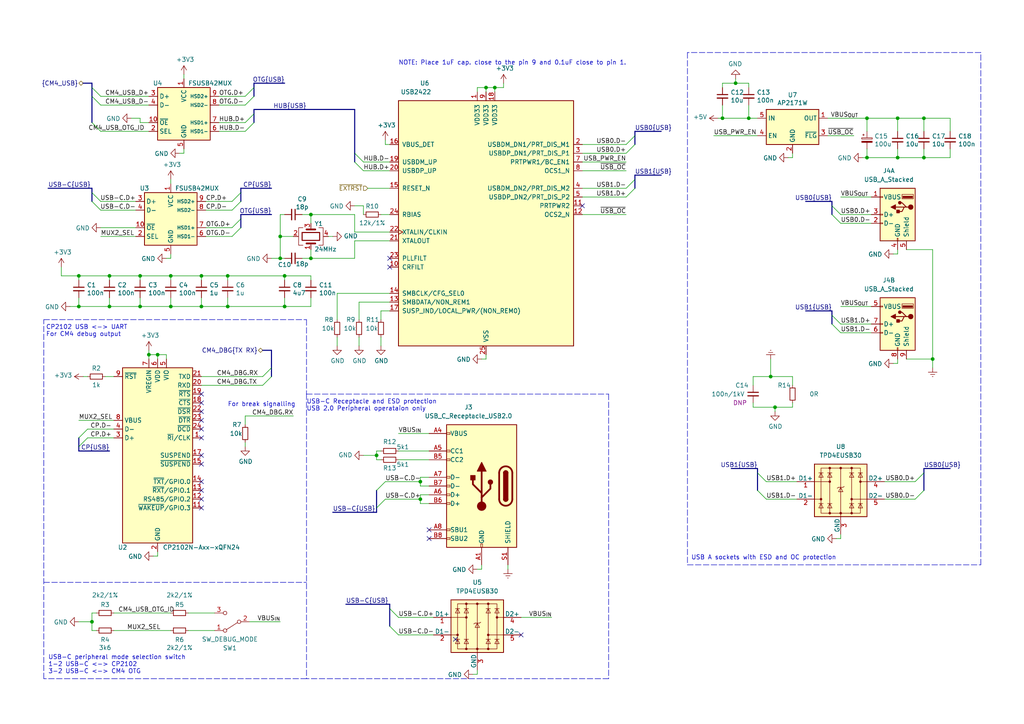
<source format=kicad_sch>
(kicad_sch (version 20210123) (generator eeschema)
  (paper "A4")
  (title_block (title "USB 2.0 host/USB 2.0 device") (date "2021-01-12") (rev "0.1") (company "Nabu Casa") (comment 1 "www.nabucasa.com") (comment 2 "Light Blue"))
  (bus_alias "CM4_USB" (members "CM4_USB_D+" "CM4_USB_D-" "CM4_USB_OTG_ID"))
  (bus_alias "USB" (members "D+" "D-"))
  (bus_alias "I2C" (members "SDA" "SCL"))
  (junction (at 22.86 80.01) (diameter 0.9144))
  (junction (at 22.86 88.9) (diameter 0.9144))
  (junction (at 26.67 180.34) (diameter 0.9144))
  (junction (at 31.75 80.01) (diameter 0.9144))
  (junction (at 31.75 88.9) (diameter 0.9144))
  (junction (at 40.64 80.01) (diameter 0.9144))
  (junction (at 40.64 88.9) (diameter 0.9144))
  (junction (at 43.18 102.87) (diameter 0.9144))
  (junction (at 45.72 102.87) (diameter 0.9144))
  (junction (at 49.53 80.01) (diameter 0.9144))
  (junction (at 49.53 88.9) (diameter 0.9144))
  (junction (at 58.42 80.01) (diameter 0.9144))
  (junction (at 58.42 88.9) (diameter 0.9144))
  (junction (at 66.04 80.01) (diameter 0.9144))
  (junction (at 66.04 88.9) (diameter 0.9144))
  (junction (at 81.28 68.58) (diameter 0.9144))
  (junction (at 81.28 74.93) (diameter 0.9144))
  (junction (at 82.55 80.01) (diameter 0.9144))
  (junction (at 82.55 88.9) (diameter 0.9144))
  (junction (at 90.17 62.23) (diameter 0.9144))
  (junction (at 90.17 74.93) (diameter 0.9144))
  (junction (at 109.22 132.08) (diameter 0.9144))
  (junction (at 121.92 139.7) (diameter 0.9144))
  (junction (at 121.92 144.78) (diameter 0.9144))
  (junction (at 140.97 25.4) (diameter 0.9144))
  (junction (at 143.51 25.4) (diameter 0.9144))
  (junction (at 209.55 34.29) (diameter 0.9144))
  (junction (at 213.36 24.13) (diameter 0.9144))
  (junction (at 217.17 34.29) (diameter 0.9144))
  (junction (at 223.52 109.22) (diameter 0.9144))
  (junction (at 224.79 118.11) (diameter 0.9144))
  (junction (at 251.46 34.29) (diameter 0.9144))
  (junction (at 251.46 45.72) (diameter 0.9144))
  (junction (at 260.35 34.29) (diameter 0.9144))
  (junction (at 260.35 45.72) (diameter 0.9144))
  (junction (at 267.97 34.29) (diameter 0.9144))
  (junction (at 267.97 45.72) (diameter 0.9144))
  (junction (at 270.51 104.14) (diameter 0.9144))
  (no_connect (at 58.42 114.3))
  (no_connect (at 58.42 116.84))
  (no_connect (at 58.42 119.38))
  (no_connect (at 58.42 121.92))
  (no_connect (at 58.42 124.46))
  (no_connect (at 58.42 127))
  (no_connect (at 58.42 132.08))
  (no_connect (at 58.42 134.62))
  (no_connect (at 58.42 139.7))
  (no_connect (at 58.42 142.24))
  (no_connect (at 58.42 144.78))
  (no_connect (at 58.42 147.32))
  (no_connect (at 113.03 74.93))
  (no_connect (at 113.03 77.47))
  (no_connect (at 124.46 153.67))
  (no_connect (at 124.46 156.21))
  (no_connect (at 132.08 185.42))
  (no_connect (at 151.13 184.15))
  (no_connect (at 168.91 59.69))
  (bus_entry (at 22.86 127) (size 2.54 -2.54) (stroke (width 0.1524)))
  (bus_entry (at 22.86 129.54) (size 2.54 -2.54) (stroke (width 0.1524)))
  (bus_entry (at 26.67 25.4) (size 2.54 2.54) (stroke (width 0.1524)))
  (bus_entry (at 26.67 27.94) (size 2.54 2.54) (stroke (width 0.1524)))
  (bus_entry (at 26.67 35.56) (size 2.54 2.54) (stroke (width 0.1524)))
  (bus_entry (at 26.67 55.88) (size 2.54 2.54) (stroke (width 0.1524)))
  (bus_entry (at 26.67 58.42) (size 2.54 2.54) (stroke (width 0.1524)))
  (bus_entry (at 69.85 55.88) (size -2.54 2.54) (stroke (width 0.1524)))
  (bus_entry (at 69.85 58.42) (size -2.54 2.54) (stroke (width 0.1524)))
  (bus_entry (at 69.85 63.5) (size -2.54 2.54) (stroke (width 0.1524)))
  (bus_entry (at 69.85 66.04) (size -2.54 2.54) (stroke (width 0.1524)))
  (bus_entry (at 73.66 25.4) (size -2.54 2.54) (stroke (width 0.1524)))
  (bus_entry (at 73.66 27.94) (size -2.54 2.54) (stroke (width 0.1524)))
  (bus_entry (at 73.66 33.02) (size -2.54 2.54) (stroke (width 0.1524)))
  (bus_entry (at 73.66 35.56) (size -2.54 2.54) (stroke (width 0.1524)))
  (bus_entry (at 76.2 109.22) (size 2.54 -2.54) (stroke (width 0.1524)))
  (bus_entry (at 76.2 111.76) (size 2.54 -2.54) (stroke (width 0.1524)))
  (bus_entry (at 102.87 44.45) (size 2.54 2.54) (stroke (width 0.1524)))
  (bus_entry (at 102.87 46.99) (size 2.54 2.54) (stroke (width 0.1524)))
  (bus_entry (at 109.22 142.24) (size 2.54 -2.54) (stroke (width 0.1524)))
  (bus_entry (at 109.22 147.32) (size 2.54 -2.54) (stroke (width 0.1524)))
  (bus_entry (at 113.03 176.53) (size 2.54 2.54) (stroke (width 0.1524)))
  (bus_entry (at 113.03 181.61) (size 2.54 2.54) (stroke (width 0.1524)))
  (bus_entry (at 181.61 41.91) (size 2.54 -2.54) (stroke (width 0.1524)))
  (bus_entry (at 181.61 44.45) (size 2.54 -2.54) (stroke (width 0.1524)))
  (bus_entry (at 181.61 54.61) (size 2.54 -2.54) (stroke (width 0.1524)))
  (bus_entry (at 181.61 57.15) (size 2.54 -2.54) (stroke (width 0.1524)))
  (bus_entry (at 222.25 139.7) (size -2.54 -2.54) (stroke (width 0.1524)))
  (bus_entry (at 222.25 144.78) (size -2.54 -2.54) (stroke (width 0.1524)))
  (bus_entry (at 243.84 62.23) (size -2.54 -2.54) (stroke (width 0.1524)))
  (bus_entry (at 243.84 64.77) (size -2.54 -2.54) (stroke (width 0.1524)))
  (bus_entry (at 243.84 93.98) (size -2.54 -2.54) (stroke (width 0.1524)))
  (bus_entry (at 243.84 96.52) (size -2.54 -2.54) (stroke (width 0.1524)))
  (bus_entry (at 265.43 139.7) (size 2.54 -2.54) (stroke (width 0.1524)))
  (bus_entry (at 265.43 144.78) (size 2.54 -2.54) (stroke (width 0.1524)))
  (wire (pts (xy 17.78 80.01) (xy 17.78 77.47)))
  (wire (pts (xy 17.78 80.01) (xy 22.86 80.01)))
  (wire (pts (xy 20.32 88.9) (xy 22.86 88.9)))
  (wire (pts (xy 22.86 80.01) (xy 22.86 81.28)))
  (wire (pts (xy 22.86 80.01) (xy 31.75 80.01)))
  (wire (pts (xy 22.86 86.36) (xy 22.86 88.9)))
  (wire (pts (xy 22.86 88.9) (xy 31.75 88.9)))
  (wire (pts (xy 22.86 121.92) (xy 33.02 121.92)))
  (wire (pts (xy 22.86 180.34) (xy 26.67 180.34)))
  (wire (pts (xy 24.13 109.22) (xy 25.4 109.22)))
  (wire (pts (xy 26.67 177.8) (xy 26.67 180.34)))
  (wire (pts (xy 26.67 177.8) (xy 27.94 177.8)))
  (wire (pts (xy 26.67 180.34) (xy 26.67 182.88)))
  (wire (pts (xy 27.94 182.88) (xy 26.67 182.88)))
  (wire (pts (xy 29.21 27.94) (xy 43.18 27.94)))
  (wire (pts (xy 29.21 30.48) (xy 43.18 30.48)))
  (wire (pts (xy 29.21 38.1) (xy 43.18 38.1)))
  (wire (pts (xy 29.21 66.04) (xy 39.37 66.04)))
  (wire (pts (xy 29.21 68.58) (xy 39.37 68.58)))
  (wire (pts (xy 30.48 109.22) (xy 33.02 109.22)))
  (wire (pts (xy 31.75 80.01) (xy 31.75 81.28)))
  (wire (pts (xy 31.75 86.36) (xy 31.75 88.9)))
  (wire (pts (xy 31.75 88.9) (xy 40.64 88.9)))
  (wire (pts (xy 33.02 124.46) (xy 25.4 124.46)))
  (wire (pts (xy 33.02 127) (xy 25.4 127)))
  (wire (pts (xy 33.02 177.8) (xy 49.53 177.8)))
  (wire (pts (xy 33.02 182.88) (xy 49.53 182.88)))
  (wire (pts (xy 39.37 58.42) (xy 29.21 58.42)))
  (wire (pts (xy 39.37 60.96) (xy 29.21 60.96)))
  (wire (pts (xy 40.64 34.29) (xy 38.1 34.29)))
  (wire (pts (xy 40.64 35.56) (xy 40.64 34.29)))
  (wire (pts (xy 40.64 80.01) (xy 31.75 80.01)))
  (wire (pts (xy 40.64 80.01) (xy 40.64 81.28)))
  (wire (pts (xy 40.64 86.36) (xy 40.64 88.9)))
  (wire (pts (xy 40.64 88.9) (xy 49.53 88.9)))
  (wire (pts (xy 43.18 35.56) (xy 40.64 35.56)))
  (wire (pts (xy 43.18 101.6) (xy 43.18 102.87)))
  (wire (pts (xy 43.18 102.87) (xy 43.18 104.14)))
  (wire (pts (xy 44.45 161.29) (xy 45.72 161.29)))
  (wire (pts (xy 45.72 102.87) (xy 43.18 102.87)))
  (wire (pts (xy 45.72 102.87) (xy 48.26 102.87)))
  (wire (pts (xy 45.72 104.14) (xy 45.72 102.87)))
  (wire (pts (xy 45.72 161.29) (xy 45.72 160.02)))
  (wire (pts (xy 48.26 74.93) (xy 49.53 74.93)))
  (wire (pts (xy 48.26 102.87) (xy 48.26 104.14)))
  (wire (pts (xy 49.53 52.07) (xy 49.53 53.34)))
  (wire (pts (xy 49.53 74.93) (xy 49.53 73.66)))
  (wire (pts (xy 49.53 80.01) (xy 40.64 80.01)))
  (wire (pts (xy 49.53 80.01) (xy 49.53 81.28)))
  (wire (pts (xy 49.53 86.36) (xy 49.53 88.9)))
  (wire (pts (xy 49.53 88.9) (xy 58.42 88.9)))
  (wire (pts (xy 52.07 44.45) (xy 53.34 44.45)))
  (wire (pts (xy 53.34 21.59) (xy 53.34 22.86)))
  (wire (pts (xy 53.34 44.45) (xy 53.34 43.18)))
  (wire (pts (xy 54.61 177.8) (xy 62.23 177.8)))
  (wire (pts (xy 54.61 182.88) (xy 62.23 182.88)))
  (wire (pts (xy 58.42 80.01) (xy 49.53 80.01)))
  (wire (pts (xy 58.42 80.01) (xy 58.42 81.28)))
  (wire (pts (xy 58.42 86.36) (xy 58.42 88.9)))
  (wire (pts (xy 58.42 88.9) (xy 66.04 88.9)))
  (wire (pts (xy 58.42 109.22) (xy 76.2 109.22)))
  (wire (pts (xy 58.42 111.76) (xy 76.2 111.76)))
  (wire (pts (xy 59.69 58.42) (xy 67.31 58.42)))
  (wire (pts (xy 59.69 60.96) (xy 67.31 60.96)))
  (wire (pts (xy 59.69 66.04) (xy 67.31 66.04)))
  (wire (pts (xy 59.69 68.58) (xy 67.31 68.58)))
  (wire (pts (xy 63.5 27.94) (xy 71.12 27.94)))
  (wire (pts (xy 63.5 30.48) (xy 71.12 30.48)))
  (wire (pts (xy 63.5 35.56) (xy 71.12 35.56)))
  (wire (pts (xy 63.5 38.1) (xy 71.12 38.1)))
  (wire (pts (xy 66.04 80.01) (xy 58.42 80.01)))
  (wire (pts (xy 66.04 80.01) (xy 66.04 81.28)))
  (wire (pts (xy 66.04 80.01) (xy 82.55 80.01)))
  (wire (pts (xy 66.04 86.36) (xy 66.04 88.9)))
  (wire (pts (xy 66.04 88.9) (xy 82.55 88.9)))
  (wire (pts (xy 71.12 120.65) (xy 71.12 123.19)))
  (wire (pts (xy 71.12 120.65) (xy 85.09 120.65)))
  (wire (pts (xy 71.12 128.27) (xy 71.12 129.54)))
  (wire (pts (xy 78.74 74.93) (xy 81.28 74.93)))
  (wire (pts (xy 81.28 62.23) (xy 81.28 68.58)))
  (wire (pts (xy 81.28 68.58) (xy 81.28 74.93)))
  (wire (pts (xy 81.28 68.58) (xy 85.09 68.58)))
  (wire (pts (xy 81.28 74.93) (xy 82.55 74.93)))
  (wire (pts (xy 81.28 180.34) (xy 72.39 180.34)))
  (wire (pts (xy 82.55 62.23) (xy 81.28 62.23)))
  (wire (pts (xy 82.55 80.01) (xy 82.55 81.28)))
  (wire (pts (xy 82.55 86.36) (xy 82.55 88.9)))
  (wire (pts (xy 82.55 88.9) (xy 90.17 88.9)))
  (wire (pts (xy 87.63 62.23) (xy 90.17 62.23)))
  (wire (pts (xy 87.63 74.93) (xy 90.17 74.93)))
  (wire (pts (xy 90.17 62.23) (xy 90.17 64.77)))
  (wire (pts (xy 90.17 62.23) (xy 102.87 62.23)))
  (wire (pts (xy 90.17 72.39) (xy 90.17 74.93)))
  (wire (pts (xy 90.17 74.93) (xy 102.87 74.93)))
  (wire (pts (xy 90.17 80.01) (xy 82.55 80.01)))
  (wire (pts (xy 90.17 81.28) (xy 90.17 80.01)))
  (wire (pts (xy 90.17 86.36) (xy 90.17 88.9)))
  (wire (pts (xy 95.25 68.58) (xy 96.52 68.58)))
  (wire (pts (xy 97.79 85.09) (xy 97.79 92.71)))
  (wire (pts (xy 97.79 97.79) (xy 97.79 100.33)))
  (wire (pts (xy 102.87 67.31) (xy 102.87 62.23)))
  (wire (pts (xy 102.87 69.85) (xy 102.87 74.93)))
  (wire (pts (xy 104.14 87.63) (xy 104.14 92.71)))
  (wire (pts (xy 104.14 87.63) (xy 113.03 87.63)))
  (wire (pts (xy 104.14 97.79) (xy 104.14 100.33)))
  (wire (pts (xy 105.41 46.99) (xy 113.03 46.99)))
  (wire (pts (xy 105.41 49.53) (xy 113.03 49.53)))
  (wire (pts (xy 105.41 59.69) (xy 102.87 59.69)))
  (wire (pts (xy 105.41 62.23) (xy 105.41 59.69)))
  (wire (pts (xy 105.41 132.08) (xy 109.22 132.08)))
  (wire (pts (xy 106.68 54.61) (xy 113.03 54.61)))
  (wire (pts (xy 109.22 130.81) (xy 109.22 132.08)))
  (wire (pts (xy 109.22 132.08) (xy 109.22 133.35)))
  (wire (pts (xy 109.22 133.35) (xy 110.49 133.35)))
  (wire (pts (xy 110.49 62.23) (xy 113.03 62.23)))
  (wire (pts (xy 110.49 90.17) (xy 110.49 92.71)))
  (wire (pts (xy 110.49 97.79) (xy 110.49 100.33)))
  (wire (pts (xy 110.49 130.81) (xy 109.22 130.81)))
  (wire (pts (xy 111.76 40.64) (xy 111.76 41.91)))
  (wire (pts (xy 111.76 139.7) (xy 121.92 139.7)))
  (wire (pts (xy 111.76 144.78) (xy 121.92 144.78)))
  (wire (pts (xy 113.03 41.91) (xy 111.76 41.91)))
  (wire (pts (xy 113.03 67.31) (xy 102.87 67.31)))
  (wire (pts (xy 113.03 69.85) (xy 102.87 69.85)))
  (wire (pts (xy 113.03 85.09) (xy 97.79 85.09)))
  (wire (pts (xy 113.03 90.17) (xy 110.49 90.17)))
  (wire (pts (xy 115.57 125.73) (xy 124.46 125.73)))
  (wire (pts (xy 115.57 130.81) (xy 124.46 130.81)))
  (wire (pts (xy 115.57 133.35) (xy 124.46 133.35)))
  (wire (pts (xy 115.57 179.07) (xy 125.73 179.07)))
  (wire (pts (xy 115.57 184.15) (xy 125.73 184.15)))
  (wire (pts (xy 121.92 139.7) (xy 121.92 138.43)))
  (wire (pts (xy 121.92 140.97) (xy 121.92 139.7)))
  (wire (pts (xy 121.92 140.97) (xy 124.46 140.97)))
  (wire (pts (xy 121.92 144.78) (xy 121.92 143.51)))
  (wire (pts (xy 121.92 146.05) (xy 121.92 144.78)))
  (wire (pts (xy 121.92 146.05) (xy 124.46 146.05)))
  (wire (pts (xy 124.46 138.43) (xy 121.92 138.43)))
  (wire (pts (xy 124.46 143.51) (xy 121.92 143.51)))
  (wire (pts (xy 137.16 195.58) (xy 138.43 195.58)))
  (wire (pts (xy 138.43 25.4) (xy 140.97 25.4)))
  (wire (pts (xy 138.43 26.67) (xy 138.43 25.4)))
  (wire (pts (xy 138.43 165.1) (xy 139.7 165.1)))
  (wire (pts (xy 138.43 195.58) (xy 138.43 194.31)))
  (wire (pts (xy 139.7 104.14) (xy 140.97 104.14)))
  (wire (pts (xy 139.7 165.1) (xy 139.7 163.83)))
  (wire (pts (xy 140.97 25.4) (xy 140.97 26.67)))
  (wire (pts (xy 140.97 25.4) (xy 143.51 25.4)))
  (wire (pts (xy 140.97 104.14) (xy 140.97 102.87)))
  (wire (pts (xy 143.51 25.4) (xy 143.51 26.67)))
  (wire (pts (xy 143.51 25.4) (xy 146.05 25.4)))
  (wire (pts (xy 146.05 24.13) (xy 146.05 25.4)))
  (wire (pts (xy 147.32 163.83) (xy 147.32 165.1)))
  (wire (pts (xy 160.02 179.07) (xy 151.13 179.07)))
  (wire (pts (xy 168.91 41.91) (xy 181.61 41.91)))
  (wire (pts (xy 168.91 44.45) (xy 181.61 44.45)))
  (wire (pts (xy 168.91 46.99) (xy 181.61 46.99)))
  (wire (pts (xy 168.91 49.53) (xy 181.61 49.53)))
  (wire (pts (xy 168.91 54.61) (xy 181.61 54.61)))
  (wire (pts (xy 168.91 57.15) (xy 181.61 57.15)))
  (wire (pts (xy 168.91 62.23) (xy 181.61 62.23)))
  (wire (pts (xy 208.28 34.29) (xy 209.55 34.29)))
  (wire (pts (xy 209.55 24.13) (xy 209.55 25.4)))
  (wire (pts (xy 209.55 30.48) (xy 209.55 34.29)))
  (wire (pts (xy 209.55 34.29) (xy 217.17 34.29)))
  (wire (pts (xy 213.36 22.86) (xy 213.36 24.13)))
  (wire (pts (xy 213.36 24.13) (xy 209.55 24.13)))
  (wire (pts (xy 217.17 24.13) (xy 213.36 24.13)))
  (wire (pts (xy 217.17 25.4) (xy 217.17 24.13)))
  (wire (pts (xy 217.17 30.48) (xy 217.17 34.29)))
  (wire (pts (xy 217.17 34.29) (xy 219.71 34.29)))
  (wire (pts (xy 218.44 109.22) (xy 218.44 111.76)))
  (wire (pts (xy 218.44 116.84) (xy 218.44 118.11)))
  (wire (pts (xy 218.44 118.11) (xy 224.79 118.11)))
  (wire (pts (xy 219.71 39.37) (xy 207.01 39.37)))
  (wire (pts (xy 222.25 139.7) (xy 231.14 139.7)))
  (wire (pts (xy 222.25 144.78) (xy 231.14 144.78)))
  (wire (pts (xy 223.52 104.14) (xy 223.52 109.22)))
  (wire (pts (xy 223.52 109.22) (xy 218.44 109.22)))
  (wire (pts (xy 224.79 118.11) (xy 224.79 119.38)))
  (wire (pts (xy 224.79 118.11) (xy 229.87 118.11)))
  (wire (pts (xy 228.6 45.72) (xy 229.87 45.72)))
  (wire (pts (xy 229.87 45.72) (xy 229.87 44.45)))
  (wire (pts (xy 229.87 109.22) (xy 223.52 109.22)))
  (wire (pts (xy 229.87 111.76) (xy 229.87 109.22)))
  (wire (pts (xy 229.87 118.11) (xy 229.87 116.84)))
  (wire (pts (xy 240.03 34.29) (xy 251.46 34.29)))
  (wire (pts (xy 240.03 39.37) (xy 247.65 39.37)))
  (wire (pts (xy 242.57 156.21) (xy 243.84 156.21)))
  (wire (pts (xy 243.84 57.15) (xy 252.73 57.15)))
  (wire (pts (xy 243.84 62.23) (xy 252.73 62.23)))
  (wire (pts (xy 243.84 64.77) (xy 252.73 64.77)))
  (wire (pts (xy 243.84 88.9) (xy 252.73 88.9)))
  (wire (pts (xy 243.84 93.98) (xy 252.73 93.98)))
  (wire (pts (xy 243.84 96.52) (xy 252.73 96.52)))
  (wire (pts (xy 243.84 156.21) (xy 243.84 154.94)))
  (wire (pts (xy 250.19 45.72) (xy 251.46 45.72)))
  (wire (pts (xy 251.46 34.29) (xy 251.46 38.1)))
  (wire (pts (xy 251.46 34.29) (xy 260.35 34.29)))
  (wire (pts (xy 251.46 43.18) (xy 251.46 45.72)))
  (wire (pts (xy 251.46 45.72) (xy 260.35 45.72)))
  (wire (pts (xy 259.08 73.66) (xy 260.35 73.66)))
  (wire (pts (xy 259.08 105.41) (xy 260.35 105.41)))
  (wire (pts (xy 260.35 34.29) (xy 260.35 38.1)))
  (wire (pts (xy 260.35 34.29) (xy 267.97 34.29)))
  (wire (pts (xy 260.35 43.18) (xy 260.35 45.72)))
  (wire (pts (xy 260.35 45.72) (xy 267.97 45.72)))
  (wire (pts (xy 260.35 73.66) (xy 260.35 72.39)))
  (wire (pts (xy 260.35 105.41) (xy 260.35 104.14)))
  (wire (pts (xy 262.89 72.39) (xy 270.51 72.39)))
  (wire (pts (xy 262.89 104.14) (xy 270.51 104.14)))
  (wire (pts (xy 265.43 139.7) (xy 256.54 139.7)))
  (wire (pts (xy 265.43 144.78) (xy 256.54 144.78)))
  (wire (pts (xy 267.97 34.29) (xy 267.97 38.1)))
  (wire (pts (xy 267.97 43.18) (xy 267.97 45.72)))
  (wire (pts (xy 267.97 45.72) (xy 275.59 45.72)))
  (wire (pts (xy 270.51 72.39) (xy 270.51 104.14)))
  (wire (pts (xy 270.51 104.14) (xy 270.51 106.68)))
  (wire (pts (xy 275.59 34.29) (xy 267.97 34.29)))
  (wire (pts (xy 275.59 38.1) (xy 275.59 34.29)))
  (wire (pts (xy 275.59 45.72) (xy 275.59 43.18)))
  (bus (pts (xy 22.86 127) (xy 22.86 129.54)))
  (bus (pts (xy 22.86 129.54) (xy 22.86 130.81)))
  (bus (pts (xy 22.86 130.81) (xy 31.75 130.81)))
  (bus (pts (xy 24.13 24.13) (xy 26.67 24.13)))
  (bus (pts (xy 26.67 24.13) (xy 26.67 25.4)))
  (bus (pts (xy 26.67 25.4) (xy 26.67 27.94)))
  (bus (pts (xy 26.67 27.94) (xy 26.67 35.56)))
  (bus (pts (xy 26.67 54.61) (xy 13.97 54.61)))
  (bus (pts (xy 26.67 55.88) (xy 26.67 54.61)))
  (bus (pts (xy 26.67 58.42) (xy 26.67 55.88)))
  (bus (pts (xy 69.85 54.61) (xy 78.74 54.61)))
  (bus (pts (xy 69.85 55.88) (xy 69.85 54.61)))
  (bus (pts (xy 69.85 58.42) (xy 69.85 55.88)))
  (bus (pts (xy 69.85 62.23) (xy 78.74 62.23)))
  (bus (pts (xy 69.85 63.5) (xy 69.85 62.23)))
  (bus (pts (xy 69.85 66.04) (xy 69.85 63.5)))
  (bus (pts (xy 73.66 24.13) (xy 82.55 24.13)))
  (bus (pts (xy 73.66 25.4) (xy 73.66 24.13)))
  (bus (pts (xy 73.66 27.94) (xy 73.66 25.4)))
  (bus (pts (xy 73.66 31.75) (xy 102.87 31.75)))
  (bus (pts (xy 73.66 33.02) (xy 73.66 31.75)))
  (bus (pts (xy 73.66 35.56) (xy 73.66 33.02)))
  (bus (pts (xy 78.74 101.6) (xy 76.2 101.6)))
  (bus (pts (xy 78.74 101.6) (xy 78.74 106.68)))
  (bus (pts (xy 78.74 106.68) (xy 78.74 109.22)))
  (bus (pts (xy 102.87 31.75) (xy 102.87 44.45)))
  (bus (pts (xy 102.87 44.45) (xy 102.87 46.99)))
  (bus (pts (xy 109.22 147.32) (xy 109.22 142.24)))
  (bus (pts (xy 109.22 148.59) (xy 96.52 148.59)))
  (bus (pts (xy 109.22 148.59) (xy 109.22 147.32)))
  (bus (pts (xy 113.03 175.26) (xy 100.33 175.26)))
  (bus (pts (xy 113.03 175.26) (xy 113.03 176.53)))
  (bus (pts (xy 113.03 176.53) (xy 113.03 181.61)))
  (bus (pts (xy 184.15 38.1) (xy 184.15 39.37)))
  (bus (pts (xy 184.15 38.1) (xy 191.77 38.1)))
  (bus (pts (xy 184.15 39.37) (xy 184.15 41.91)))
  (bus (pts (xy 184.15 50.8) (xy 184.15 52.07)))
  (bus (pts (xy 184.15 50.8) (xy 191.77 50.8)))
  (bus (pts (xy 184.15 52.07) (xy 184.15 54.61)))
  (bus (pts (xy 219.71 135.89) (xy 212.09 135.89)))
  (bus (pts (xy 219.71 135.89) (xy 219.71 137.16)))
  (bus (pts (xy 219.71 137.16) (xy 219.71 142.24)))
  (bus (pts (xy 241.3 58.42) (xy 233.68 58.42)))
  (bus (pts (xy 241.3 58.42) (xy 241.3 59.69)))
  (bus (pts (xy 241.3 59.69) (xy 241.3 62.23)))
  (bus (pts (xy 241.3 90.17) (xy 233.68 90.17)))
  (bus (pts (xy 241.3 90.17) (xy 241.3 91.44)))
  (bus (pts (xy 241.3 91.44) (xy 241.3 93.98)))
  (bus (pts (xy 267.97 135.89) (xy 267.97 137.16)))
  (bus (pts (xy 267.97 135.89) (xy 275.59 135.89)))
  (bus (pts (xy 267.97 137.16) (xy 267.97 142.24)))
  (polyline (pts (xy 12.7 92.71) (xy 88.9 92.71)) (stroke (width 0) (type dash)))
  (polyline (pts (xy 12.7 168.91) (xy 88.9 168.91)) (stroke (width 0) (type dash)))
  (polyline (pts (xy 12.7 196.85) (xy 12.7 92.71)) (stroke (width 0) (type dash)))
  (polyline (pts (xy 88.9 92.71) (xy 88.9 114.3)) (stroke (width 0) (type dash)))
  (polyline (pts (xy 88.9 114.3) (xy 88.9 196.85)) (stroke (width 0) (type dash)))
  (polyline (pts (xy 88.9 114.3) (xy 176.53 114.3)) (stroke (width 0) (type dash)))
  (polyline (pts (xy 88.9 196.85) (xy 12.7 196.85)) (stroke (width 0) (type dash)))
  (polyline (pts (xy 176.53 114.3) (xy 176.53 196.85)) (stroke (width 0) (type dash)))
  (polyline (pts (xy 176.53 196.85) (xy 88.9 196.85)) (stroke (width 0) (type dash)))
  (polyline (pts (xy 199.39 15.24) (xy 199.39 163.83)) (stroke (width 0) (type dash)))
  (polyline (pts (xy 199.39 163.83) (xy 284.48 163.83)) (stroke (width 0) (type dash)))
  (polyline (pts (xy 284.48 15.24) (xy 199.39 15.24)) (stroke (width 0) (type dash)))
  (polyline (pts (xy 284.48 163.83) (xy 284.48 15.24)) (stroke (width 0) (type dash)))
  (text "CP2102 USB <-> UART\nFor CM4 debug output" (at 13.335 97.79 0) (effects (font (size 1.27 1.27)) (justify left bottom)))
  (text "USB-C peripheral mode selection switch\n1-2 USB-C <-> CP2102\n3-2 USB-C <-> CM4 OTG" (at 13.97 195.58 0) (effects (font (size 1.27 1.27)) (justify left bottom)))
  (text "For break signalling" (at 66.04 118.11 0) (effects (font (size 1.27 1.27)) (justify left bottom)))
  (text "USB-C Receptacle and ESD protection\nUSB 2.0 Peripheral operataion only" (at 88.9 119.38 0) (effects (font (size 1.27 1.27)) (justify left bottom)))
  (text "NOTE: Place 1uF cap. close to the pin 9 and 0.1uF close to pin 1." (at 115.57 19.05 0) (effects (font (size 1.27 1.27)) (justify left bottom)))
  (text "USB A sockets with ESD and OC protection" (at 242.57 162.56 180) (effects (font (size 1.27 1.27)) (justify right bottom)))
  (label "USB-C{USB}" (at 13.97 54.61 0))
  (label "MUX2_SEL" (at 22.86 121.92 0))
  (label "MUX2_SEL" (at 29.21 68.58 0))
  (label "CM4_USB_D+" (at 30.48 27.94 0))
  (label "CM4_USB_D-" (at 30.48 30.48 0))
  (label "CP{USB}" (at 31.75 130.81 180))
  (label "CP.D-" (at 32.385 124.46 180))
  (label "CP.D+" (at 32.385 127 180))
  (label "CM4_USB_OTG_ID" (at 34.29 177.8 0))
  (label "MUX2_SEL" (at 36.83 182.88 0))
  (label "USB-C.D+" (at 39.37 58.42 180))
  (label "USB-C.D-" (at 39.37 60.96 180))
  (label "CM4_USB_OTG_ID" (at 41.91 38.1 180))
  (label "CP.D+" (at 59.69 58.42 0))
  (label "CP.D-" (at 59.69 60.96 0))
  (label "OTG.D+" (at 59.69 66.04 0))
  (label "OTG.D-" (at 59.69 68.58 0))
  (label "CM4_DBG.RX" (at 62.865 109.22 0))
  (label "CM4_DBG.TX" (at 62.865 111.76 0))
  (label "OTG.D+" (at 63.5 27.94 0))
  (label "OTG.D-" (at 63.5 30.48 0))
  (label "HUB.D+" (at 63.5 35.56 0))
  (label "HUB.D-" (at 63.5 38.1 0))
  (label "CP{USB}" (at 78.74 54.61 180))
  (label "OTG{USB}" (at 78.74 62.23 180))
  (label "VBUS_{IN}" (at 81.28 180.34 180))
  (label "OTG{USB}" (at 82.55 24.13 180))
  (label "CM4_DBG.RX" (at 85.09 120.65 180))
  (label "HUB{USB}" (at 88.9 31.75 180))
  (label "USB-C{USB}" (at 96.52 148.59 0))
  (label "USB-C{USB}" (at 100.33 175.26 0))
  (label "HUB.D-" (at 105.41 46.99 0))
  (label "HUB.D+" (at 105.41 49.53 0))
  (label "USB-C.D-" (at 111.76 139.7 0))
  (label "USB-C.D+" (at 111.76 144.78 0))
  (label "VBUS_{IN}" (at 115.57 125.73 0))
  (label "USB-C.D+" (at 115.57 179.07 0))
  (label "USB-C.D-" (at 115.57 184.15 0))
  (label "VBUS_{IN}" (at 160.02 179.07 180))
  (label "USB0.D-" (at 181.61 41.91 180))
  (label "USB0.D+" (at 181.61 44.45 180))
  (label "USB_PWR_EN" (at 181.61 46.99 180))
  (label "~USB_OC" (at 181.61 49.53 180))
  (label "USB1.D-" (at 181.61 54.61 180))
  (label "USB1.D+" (at 181.61 57.15 180))
  (label "~USB_OC" (at 181.61 62.23 180))
  (label "USB0{USB}" (at 184.15 38.1 0))
  (label "USB1{USB}" (at 184.15 50.8 0))
  (label "USB_PWR_EN" (at 207.01 39.37 0))
  (label "USB1{USB}" (at 219.71 135.89 180))
  (label "USB1.D+" (at 222.25 139.7 0))
  (label "USB1.D-" (at 222.25 144.78 0))
  (label "USB0{USB}" (at 241.3 58.42 180))
  (label "USB1{USB}" (at 241.3 90.17 180))
  (label "VBUS_{OUT}" (at 243.84 57.15 0))
  (label "USB0.D+" (at 243.84 62.23 0))
  (label "USB0.D-" (at 243.84 64.77 0))
  (label "VBUS_{OUT}" (at 243.84 88.9 0))
  (label "USB1.D+" (at 243.84 93.98 0))
  (label "USB1.D-" (at 243.84 96.52 0))
  (label "~USB_OC" (at 247.65 39.37 180))
  (label "VBUS_{OUT}" (at 248.92 34.29 180))
  (label "USB0.D+" (at 265.43 139.7 180))
  (label "USB0.D-" (at 265.43 144.78 180))
  (label "USB0{USB}" (at 267.97 135.89 0))
  (hierarchical_label "{CM4_USB}" (shape bidirectional) (at 24.13 24.13 180))
  (hierarchical_label "CM4_DBG{TX RX}" (shape bidirectional) (at 76.2 101.6 180))
  (hierarchical_label "~EXTRST" (shape input) (at 106.68 54.61 180))
  (symbol (lib_id "power:+3V3") (at 17.78 77.47 0) (unit 1)
    (property "Reference" "#PWR0131" (effects hide))
    (property "Value" "+3V3" (at 18.1483 73.1456 0))
  )
  (symbol (lib_id "power:+3V3") (at 24.13 109.22 90) (unit 1)
    (property "Reference" "#PWR0125" (effects hide))
    (property "Value" "+3V3" (at 20.9549 108.8517 90) (effects (justify left)))
  )
  (symbol (lib_id "power:+3V3") (at 43.18 101.6 0) (unit 1)
    (property "Reference" "#PWR0127" (effects hide))
    (property "Value" "+3V3" (at 43.5483 97.2756 0))
  )
  (symbol (lib_id "power:+3V3") (at 49.53 52.07 0) (unit 1)
    (property "Reference" "#PWR0140" (effects hide))
    (property "Value" "+3V3" (at 49.8983 47.7456 0))
  )
  (symbol (lib_id "power:+3V3") (at 53.34 21.59 0) (unit 1)
    (property "Reference" "#PWR0141" (effects hide))
    (property "Value" "+3V3" (at 53.7083 17.2656 0))
  )
  (symbol (lib_id "power:+3V3") (at 111.76 40.64 0) (unit 1)
    (property "Reference" "#PWR0147" (effects hide))
    (property "Value" "+3V3" (at 112.1283 36.3156 0))
  )
  (symbol (lib_id "power:+3V3") (at 146.05 24.13 0) (unit 1)
    (property "Reference" "#PWR0146" (effects hide))
    (property "Value" "+3V3" (at 146.4183 19.8056 0))
  )
  (symbol (lib_id "power:+5V") (at 208.28 34.29 90) (unit 1)
    (property "Reference" "#PWR0116" (effects hide))
    (property "Value" "+5V" (at 205.105 33.9217 90) (effects (justify left)))
  )
  (symbol (lib_id "power:GND") (at 20.32 88.9 270) (unit 1)
    (property "Reference" "#PWR0126" (effects hide))
    (property "Value" "GND" (at 17.145 89.0143 90) (effects (justify right)))
  )
  (symbol (lib_id "power:GND") (at 22.86 180.34 270) (unit 1)
    (property "Reference" "#PWR0137" (effects hide))
    (property "Value" "GND" (at 19.685 180.4543 90) (effects (justify right)))
  )
  (symbol (lib_id "power:GND") (at 29.21 66.04 270) (unit 1)
    (property "Reference" "#PWR0132" (effects hide))
    (property "Value" "GND" (at 26.035 66.1543 90) (effects (justify right)))
  )
  (symbol (lib_id "power:GND") (at 38.1 34.29 270) (unit 1)
    (property "Reference" "#PWR0143" (effects hide))
    (property "Value" "GND" (at 34.925 34.4043 90) (effects (justify right)))
  )
  (symbol (lib_id "power:GND") (at 44.45 161.29 270) (unit 1)
    (property "Reference" "#PWR0135" (effects hide))
    (property "Value" "GND" (at 41.275 161.4043 90) (effects (justify right)))
  )
  (symbol (lib_id "power:GND") (at 48.26 74.93 270) (unit 1)
    (property "Reference" "#PWR0133" (effects hide))
    (property "Value" "GND" (at 45.085 75.0443 90) (effects (justify right)))
  )
  (symbol (lib_id "power:GND") (at 52.07 44.45 270) (unit 1)
    (property "Reference" "#PWR0142" (effects hide))
    (property "Value" "GND" (at 48.895 44.5643 90) (effects (justify right)))
  )
  (symbol (lib_id "power:GND") (at 71.12 129.54 0) (unit 1)
    (property "Reference" "#PWR0136" (effects hide))
    (property "Value" "GND" (at 71.2343 133.8644 0))
  )
  (symbol (lib_id "power:GND") (at 78.74 74.93 270) (unit 1)
    (property "Reference" "#PWR0128" (effects hide))
    (property "Value" "GND" (at 75.565 75.0443 90) (effects (justify right)))
  )
  (symbol (lib_id "power:GND") (at 96.52 68.58 90) (unit 1)
    (property "Reference" "#PWR0129" (effects hide))
    (property "Value" "GND" (at 99.6951 68.4657 90) (effects (justify right)))
  )
  (symbol (lib_id "power:GND") (at 97.79 100.33 0) (unit 1)
    (property "Reference" "#PWR0138" (effects hide))
    (property "Value" "GND" (at 97.9043 104.6544 0))
  )
  (symbol (lib_id "power:GND") (at 102.87 59.69 270) (unit 1)
    (property "Reference" "#PWR0130" (effects hide))
    (property "Value" "GND" (at 99.695 59.8043 90) (effects (justify right)))
  )
  (symbol (lib_id "power:GND") (at 104.14 100.33 0) (unit 1)
    (property "Reference" "#PWR0139" (effects hide))
    (property "Value" "GND" (at 104.2543 104.6544 0))
  )
  (symbol (lib_id "power:GND") (at 105.41 132.08 270) (mirror x) (unit 1)
    (property "Reference" "#PWR0134" (effects hide))
    (property "Value" "GND" (at 102.235 131.9657 90) (effects (justify right)))
  )
  (symbol (lib_id "power:GND") (at 110.49 100.33 0) (unit 1)
    (property "Reference" "#PWR0144" (effects hide))
    (property "Value" "GND" (at 110.6043 104.6544 0))
  )
  (symbol (lib_id "power:GND") (at 137.16 195.58 270) (unit 1)
    (property "Reference" "#PWR0148" (effects hide))
    (property "Value" "GND" (at 133.985 195.6943 90) (effects (justify right)))
  )
  (symbol (lib_id "power:GND") (at 138.43 165.1 270) (unit 1)
    (property "Reference" "#PWR0149" (effects hide))
    (property "Value" "GND" (at 135.255 165.2143 90) (effects (justify right)))
  )
  (symbol (lib_id "power:GND") (at 139.7 104.14 270) (unit 1)
    (property "Reference" "#PWR0145" (effects hide))
    (property "Value" "GND" (at 136.525 104.2543 90) (effects (justify right)))
  )
  (symbol (lib_id "power:Earth") (at 147.32 165.1 0) (unit 1)
    (property "Reference" "#PWR0150" (effects hide))
    (property "Value" "Earth" (effects hide))
  )
  (symbol (lib_id "power:GND") (at 213.36 22.86 180) (unit 1)
    (property "Reference" "#PWR0115" (effects hide))
    (property "Value" "GND" (at 213.2457 18.5356 0))
  )
  (symbol (lib_id "power:Earth") (at 223.52 104.14 180) (unit 1)
    (property "Reference" "#PWR0122" (effects hide))
    (property "Value" "Earth" (effects hide))
  )
  (symbol (lib_id "power:GND") (at 224.79 119.38 0) (unit 1)
    (property "Reference" "#PWR0120" (effects hide))
    (property "Value" "GND" (at 224.9043 123.7044 0))
  )
  (symbol (lib_id "power:GND") (at 228.6 45.72 270) (unit 1)
    (property "Reference" "#PWR0124" (effects hide))
    (property "Value" "GND" (at 225.425 45.8343 90) (effects (justify right)))
  )
  (symbol (lib_id "power:GND") (at 242.57 156.21 270) (unit 1)
    (property "Reference" "#PWR0121" (effects hide))
    (property "Value" "GND" (at 239.395 156.3243 90) (effects (justify right)))
  )
  (symbol (lib_id "power:GND") (at 250.19 45.72 270) (unit 1)
    (property "Reference" "#PWR0123" (effects hide))
    (property "Value" "GND" (at 247.015 45.8343 90) (effects (justify right)))
  )
  (symbol (lib_id "power:GND") (at 259.08 73.66 270) (unit 1)
    (property "Reference" "#PWR0119" (effects hide))
    (property "Value" "GND" (at 255.905 73.7743 90) (effects (justify right)))
  )
  (symbol (lib_id "power:GND") (at 259.08 105.41 270) (unit 1)
    (property "Reference" "#PWR0117" (effects hide))
    (property "Value" "GND" (at 255.905 105.5243 90) (effects (justify right)))
  )
  (symbol (lib_id "power:Earth") (at 270.51 106.68 0) (unit 1)
    (property "Reference" "#PWR0118" (effects hide))
    (property "Value" "Earth" (effects hide))
  )
  (symbol (lib_id "Device:R_Small") (at 27.94 109.22 90) (unit 1)
    (property "Reference" "R2" (at 27.94 106.8132 90))
    (property "Value" "1k" (at 27.94 111.652 90))
    (property "Footprint" "Resistor_SMD:R_0402_1005Metric" (effects hide))
  )
  (symbol (lib_id "Device:R_Small") (at 30.48 177.8 90) (unit 1)
    (property "Reference" "R3" (at 30.48 175.3932 90))
    (property "Value" "2k2/1%" (at 30.48 172.612 90))
    (property "Footprint" "Resistor_SMD:R_0402_1005Metric" (effects hide))
  )
  (symbol (lib_id "Device:R_Small") (at 30.48 182.88 90) (unit 1)
    (property "Reference" "R4" (at 30.48 185.5532 90))
    (property "Value" "3k6" (at 30.48 187.852 90))
    (property "Footprint" "Resistor_SMD:R_0402_1005Metric" (effects hide))
  )
  (symbol (lib_id "Device:R_Small") (at 52.07 177.8 90) (unit 1)
    (property "Reference" "R5" (at 52.07 175.3932 90))
    (property "Value" "2k2/1%" (at 52.07 172.612 90))
    (property "Footprint" "Resistor_SMD:R_0402_1005Metric" (effects hide))
  )
  (symbol (lib_id "Device:R_Small") (at 52.07 182.88 90) (unit 1)
    (property "Reference" "R6" (at 52.07 185.5532 90))
    (property "Value" "2k2/1%" (at 52.07 187.852 90))
    (property "Footprint" "Resistor_SMD:R_0402_1005Metric" (effects hide))
  )
  (symbol (lib_id "Device:R_Small") (at 71.12 125.73 180) (unit 1)
    (property "Reference" "R7" (at 68.7132 123.19 0))
    (property "Value" "10k" (at 68.472 125.73 0))
    (property "Footprint" "Resistor_SMD:R_0402_1005Metric" (effects hide))
  )
  (symbol (lib_id "Device:R_Small") (at 97.79 95.25 180) (unit 1)
    (property "Reference" "R8" (at 95.3832 92.71 0))
    (property "Value" "10k" (at 95.142 95.25 0))
    (property "Footprint" "Resistor_SMD:R_0402_1005Metric" (effects hide))
  )
  (symbol (lib_id "Device:R_Small") (at 104.14 95.25 180) (unit 1)
    (property "Reference" "R9" (at 101.7332 92.71 0))
    (property "Value" "10k" (at 101.492 95.25 0))
    (property "Footprint" "Resistor_SMD:R_0402_1005Metric" (effects hide))
  )
  (symbol (lib_id "Device:R_Small") (at 107.95 62.23 90) (unit 1)
    (property "Reference" "R10" (at 107.95 59.8232 90))
    (property "Value" "12k/1%" (at 107.95 64.662 90))
    (property "Footprint" "Resistor_SMD:R_0402_1005Metric" (effects hide))
  )
  (symbol (lib_id "Device:R_Small") (at 110.49 95.25 180) (unit 1)
    (property "Reference" "R11" (at 108.0832 92.71 0))
    (property "Value" "10k" (at 107.842 95.25 0))
    (property "Footprint" "Resistor_SMD:R_0402_1005Metric" (effects hide))
  )
  (symbol (lib_id "Device:R_Small") (at 113.03 130.81 90) (mirror x) (unit 1)
    (property "Reference" "R12" (at 113.03 128.1368 90))
    (property "Value" "5k1" (at 116.84 129.648 90))
    (property "Footprint" "Resistor_SMD:R_0402_1005Metric" (effects hide))
  )
  (symbol (lib_id "Device:R_Small") (at 113.03 133.35 90) (mirror x) (unit 1)
    (property "Reference" "R13" (at 113.03 135.7568 90))
    (property "Value" "5k1" (at 116.84 134.728 90))
    (property "Footprint" "Resistor_SMD:R_0402_1005Metric" (effects hide))
  )
  (symbol (lib_id "Device:R_Small") (at 229.87 114.3 180) (unit 1)
    (property "Reference" "R14" (at 227.4632 111.76 0))
    (property "Value" "0R" (at 236.112 114.3 0))
    (property "Footprint" "Resistor_SMD:R_1206_3216Metric" (effects hide))
  )
  (symbol (lib_id "Device:CP_Small") (at 251.46 40.64 0) (unit 1)
    (property "Reference" "C15" (at 253.6191 39.4906 0) (effects (justify left)))
    (property "Value" "100u" (at 253.619 41.789 0) (effects (justify left)))
    (property "Footprint" "Capacitor_Tantalum_SMD:CP_EIA-7343-31_Kemet-D" (effects hide))
    (property "Manufacturer" "Panasonic Electronic Components" (effects hide))
    (property "PartNumber" "EEF-CX0J101R" (effects hide))
  )
  (symbol (lib_id "Device:C_Small") (at 22.86 83.82 0) (unit 1)
    (property "Reference" "C1" (at 25.1842 82.6706 0) (effects (justify left)))
    (property "Value" "100n" (at 25.184 84.969 0) (effects (justify left)))
    (property "Footprint" "Capacitor_SMD:C_0402_1005Metric" (effects hide))
  )
  (symbol (lib_id "Device:C_Small") (at 31.75 83.82 0) (unit 1)
    (property "Reference" "C2" (at 34.0742 82.6706 0) (effects (justify left)))
    (property "Value" "100n" (at 34.074 84.969 0) (effects (justify left)))
    (property "Footprint" "Capacitor_SMD:C_0402_1005Metric" (effects hide))
  )
  (symbol (lib_id "Device:C_Small") (at 40.64 83.82 0) (unit 1)
    (property "Reference" "C3" (at 42.9642 82.6706 0) (effects (justify left)))
    (property "Value" "100n" (at 42.964 84.969 0) (effects (justify left)))
    (property "Footprint" "Capacitor_SMD:C_0402_1005Metric" (effects hide))
  )
  (symbol (lib_id "Device:C_Small") (at 49.53 83.82 0) (unit 1)
    (property "Reference" "C4" (at 51.8542 82.6706 0) (effects (justify left)))
    (property "Value" "100n" (at 51.854 84.969 0) (effects (justify left)))
    (property "Footprint" "Capacitor_SMD:C_0402_1005Metric" (effects hide))
  )
  (symbol (lib_id "Device:C_Small") (at 58.42 83.82 0) (unit 1)
    (property "Reference" "C5" (at 60.7442 82.6706 0) (effects (justify left)))
    (property "Value" "1u" (at 60.744 84.969 0) (effects (justify left)))
    (property "Footprint" "Capacitor_SMD:C_0402_1005Metric" (effects hide))
  )
  (symbol (lib_id "Device:C_Small") (at 66.04 83.82 0) (unit 1)
    (property "Reference" "C6" (at 68.3642 82.6706 0) (effects (justify left)))
    (property "Value" "1u" (at 68.364 84.969 0) (effects (justify left)))
    (property "Footprint" "Capacitor_SMD:C_0402_1005Metric" (effects hide))
  )
  (symbol (lib_id "Device:C_Small") (at 82.55 83.82 0) (unit 1)
    (property "Reference" "C8" (at 84.8742 82.6706 0) (effects (justify left)))
    (property "Value" "4u7" (at 84.874 84.969 0) (effects (justify left)))
    (property "Footprint" "Capacitor_SMD:C_0402_1005Metric" (effects hide))
  )
  (symbol (lib_id "Device:C_Small") (at 85.09 62.23 270) (unit 1)
    (property "Reference" "C9" (at 87.63 57.7277 90))
    (property "Value" "18p" (at 87.63 60.026 90))
    (property "Footprint" "Capacitor_SMD:C_0402_1005Metric" (effects hide))
  )
  (symbol (lib_id "Device:C_Small") (at 85.09 74.93 270) (unit 1)
    (property "Reference" "C10" (at 82.55 76.7777 90))
    (property "Value" "18p" (at 87.63 76.536 90))
    (property "Footprint" "Capacitor_SMD:C_0402_1005Metric" (effects hide))
  )
  (symbol (lib_id "Device:C_Small") (at 90.17 83.82 0) (unit 1)
    (property "Reference" "C11" (at 92.4942 82.6706 0) (effects (justify left)))
    (property "Value" "100n" (at 92.494 84.969 0) (effects (justify left)))
    (property "Footprint" "Capacitor_SMD:C_0402_1005Metric" (effects hide))
  )
  (symbol (lib_id "Device:C_Small") (at 209.55 27.94 0) (unit 1)
    (property "Reference" "C12" (at 211.8742 26.7906 0) (effects (justify left)))
    (property "Value" "10u" (at 211.874 29.089 0) (effects (justify left)))
    (property "Footprint" "Capacitor_SMD:C_0805_2012Metric" (effects hide))
  )
  (symbol (lib_id "Device:C_Small") (at 217.17 27.94 0) (unit 1)
    (property "Reference" "C13" (at 219.4942 26.7906 0) (effects (justify left)))
    (property "Value" "100n" (at 219.494 29.089 0) (effects (justify left)))
    (property "Footprint" "Capacitor_SMD:C_0402_1005Metric" (effects hide))
  )
  (symbol (lib_id "Device:C_Small") (at 218.44 114.3 0) (unit 1)
    (property "Reference" "C14" (at 215.2077 111.76 0))
    (property "Value" "100n/1kV" (at 211.156 114.3 0))
    (property "Footprint" "Capacitor_SMD:C_1206_3216Metric" (effects hide))
    (property "Config" "DNP" (at 214.63 116.84 0))
  )
  (symbol (lib_id "Device:C_Small") (at 260.35 40.64 0) (unit 1)
    (property "Reference" "C16" (at 262.6742 39.4906 0) (effects (justify left)))
    (property "Value" "10u" (at 262.674 41.789 0) (effects (justify left)))
    (property "Footprint" "Capacitor_SMD:C_0805_2012Metric" (effects hide))
  )
  (symbol (lib_id "Device:C_Small") (at 267.97 40.64 0) (unit 1)
    (property "Reference" "C17" (at 270.2942 39.4906 0) (effects (justify left)))
    (property "Value" "10u" (at 270.294 41.789 0) (effects (justify left)))
    (property "Footprint" "Capacitor_SMD:C_0805_2012Metric" (effects hide))
  )
  (symbol (lib_id "Device:C_Small") (at 275.59 40.64 0) (unit 1)
    (property "Reference" "C18" (at 277.9142 39.4906 0) (effects (justify left)))
    (property "Value" "100n" (at 277.914 41.789 0) (effects (justify left)))
    (property "Footprint" "Capacitor_SMD:C_0402_1005Metric" (effects hide))
  )
  (symbol (lib_id "Switch:SW_SPDT") (at 67.31 180.34 180) (unit 1)
    (property "Reference" "SW1" (at 66.675 187.96 0))
    (property "Value" "SW_DEBUG_MODE" (at 66.675 185.42 0))
    (property "Footprint" "Button_Switch_SMD:SW_SPDT_PCM12" (effects hide))
    (property "Manufacturer" "C&K" (effects hide))
    (property "PartNumber" "PCM12SMTR" (effects hide))
  )
  (symbol (lib_id "Device:Crystal_GND24") (at 90.17 68.58 90) (unit 1)
    (property "Reference" "Y1" (at 91.1861 64.8906 90) (effects (justify right)))
    (property "Value" "24MHz" (at 91.186 72.269 90) (effects (justify right)))
    (property "Footprint" "Crystal:Crystal_SMD_3225-4Pin_3.2x2.5mm" (effects hide))
    (property "Manufacturer" "Epson" (effects hide))
    (property "PartNumber" "FA-238 24.0000MD30X-W5" (effects hide))
  )
  (symbol (lib_id "LightBlue:USB_A_Stacked") (at 260.35 62.23 0) (mirror y) (unit 1)
    (property "Reference" "J4" (at 257.81 49.53 0))
    (property "Value" "USB_A_Stacked" (at 257.81 52.07 0))
    (property "Footprint" "Connector_USB:USB_A_Wuerth_61400826021_Horizontal_Stacked" (effects hide))
    (property "Datasheet" " ~" (effects hide))
    (property "Manufacturer" "Molex" (effects hide))
    (property "PartNumber" "67298-4090" (effects hide))
  )
  (symbol (lib_id "LightBlue:USB_A_Stacked") (at 260.35 93.98 0) (mirror y) (unit 2)
    (property "Reference" "J4" (at 257.81 81.28 0))
    (property "Value" "USB_A_Stacked" (at 257.81 83.82 0))
    (property "Footprint" "Connector_USB:USB_A_Wuerth_61400826021_Horizontal_Stacked" (effects hide))
    (property "Datasheet" " ~" (effects hide))
    (property "Manufacturer" "Molex" (effects hide))
    (property "PartNumber" "67298-4090" (effects hide))
  )
  (symbol (lib_id "Power_Management:AP2171W") (at 229.87 36.83 0) (unit 1)
    (property "Reference" "U7" (at 229.87 27.5398 0))
    (property "Value" "AP2171W" (at 229.87 29.8385 0))
    (property "Footprint" "Package_TO_SOT_SMD:SOT-23-5" (effects hide))
    (property "Datasheet" "https://www.diodes.com/assets/Datasheets/AP2161.pdf" (effects hide))
    (property "Manufacturer" "Diodes Incorporated" (effects hide))
    (property "PartNumber" "AP2171WG-7" (effects hide))
  )
  (symbol (lib_id "Interface_USB:FSUSB42MUX") (at 49.53 63.5 0) (unit 1)
    (property "Reference" "U3" (at 41.91 54.61 0))
    (property "Value" "FSUSB42MUX" (at 57.15 54.61 0))
    (property "Footprint" "Package_SO:MSOP-10_3x3mm_P0.5mm" (effects hide))
    (property "Datasheet" "https://www.onsemi.com/pub/Collateral/FSUSB42-D.PDF" (effects hide))
    (property "Manufacturer" "ON Semiconductor" (effects hide))
    (property "PartNumber" "FSUSB42MUXCT" (effects hide))
  )
  (symbol (lib_id "Interface_USB:FSUSB42MUX") (at 53.34 33.02 0) (unit 1)
    (property "Reference" "U4" (at 45.72 24.13 0))
    (property "Value" "FSUSB42MUX" (at 60.96 24.13 0))
    (property "Footprint" "Package_SO:MSOP-10_3x3mm_P0.5mm" (effects hide))
    (property "Datasheet" "https://www.onsemi.com/pub/Collateral/FSUSB42-D.PDF" (effects hide))
    (property "Manufacturer" "ON Semiconductor" (effects hide))
    (property "PartNumber" "FSUSB42MUXCT" (effects hide))
  )
  (symbol (lib_id "Power_Protection:TPD4EUSB30") (at 138.43 181.61 0) (unit 1)
    (property "Reference" "U5" (at 138.43 168.91 0))
    (property "Value" "TPD4EUSB30" (at 138.43 171.45 0))
    (property "Footprint" "Package_SON:USON-10_2.5x1.0mm_P0.5mm" (effects hide))
    (property "Datasheet" "http://www.ti.com/lit/ds/symlink/tpd2eusb30a.pdf" (effects hide))
    (property "Manufacturer" "Texas Instruments" (effects hide))
    (property "PartNumber" "TPD4EUSB30DQAR" (effects hide))
  )
  (symbol (lib_id "Power_Protection:TPD4EUSB30") (at 243.84 142.24 0) (unit 1)
    (property "Reference" "U8" (at 243.84 129.54 0))
    (property "Value" "TPD4EUSB30" (at 243.84 132.08 0))
    (property "Footprint" "Package_SON:USON-10_2.5x1.0mm_P0.5mm" (effects hide))
    (property "Datasheet" "http://www.ti.com/lit/ds/symlink/tpd2eusb30a.pdf" (effects hide))
    (property "Manufacturer" "Texas Instruments" (effects hide))
    (property "PartNumber" "TPD4EUSB30DQAR" (effects hide))
  )
  (symbol (lib_id "Connector:USB_C_Receptacle_USB2.0") (at 139.7 140.97 0) (mirror y) (unit 1)
    (property "Reference" "J3" (at 135.89 118.11 0))
    (property "Value" "USB_C_Receptacle_USB2.0" (at 135.89 120.65 0))
    (property "Footprint" "Connector_USB:USB_C_Receptacle_HRO_TYPE-C-31-M-12" (effects hide))
    (property "Datasheet" "https://www.usb.org/sites/default/files/documents/usb_type-c.zip" (effects hide))
    (property "Manufacturer" "JAE" (effects hide))
    (property "PartNumber" "DX07S016JA3R1500" (effects hide))
  )
  (symbol (lib_id "Interface_USB:CP2102N-Axx-xQFN24") (at 45.72 132.08 0) (unit 1)
    (property "Reference" "U2" (at 35.56 158.75 0))
    (property "Value" "CP2102N-Axx-xQFN24" (at 58.42 158.75 0))
    (property "Footprint" "Package_DFN_QFN:QFN-24-1EP_4x4mm_P0.5mm_EP2.6x2.6mm" (effects hide))
    (property "Datasheet" "https://www.silabs.com/documents/public/data-sheets/cp2102n-datasheet.pdf" (effects hide))
    (property "Manufacturer" "Silicon Laboratories" (effects hide))
    (property "PartNumber" "CP2102N-A02-GQFN24" (effects hide))
  )
  (symbol (lib_id "LightBlue:USB2422") (at 140.97 64.77 0) (unit 1)
    (property "Reference" "U6" (at 123.19 24.13 0))
    (property "Value" "USB2422" (at 120.65 26.67 0))
    (property "Footprint" "Package_DFN_QFN:QFN-24-1EP_4x4mm_P0.5mm_EP2.6x2.6mm" (effects hide))
    (property "Datasheet" "http://ww1.microchip.com/downloads/en/DeviceDoc/00001692C.pdf" (effects hide))
    (property "Manufacturer" "Microchip" (effects hide))
    (property "PartNumber" "USB2422/MJ" (effects hide))
  )
)
</source>
